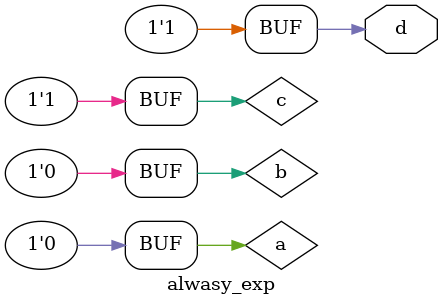
<source format=v>
`timescale 1ns / 1ps

module alwasy_exp(
output reg d
    );
 
 
 // assign d =( a & b )|c; output wire d olarak tanýmlanýr.
 
// testbench
reg a,b,c;
 initial begin
    a=0;
    b=0;
    c=0;
    #10;
    c=1;
 end 
 always @(a,b,c)begin
    d = (a & b)|c;
 end
 /*
 always @(*)begin
    d = (a & b)|c;
 end
 */
endmodule

</source>
